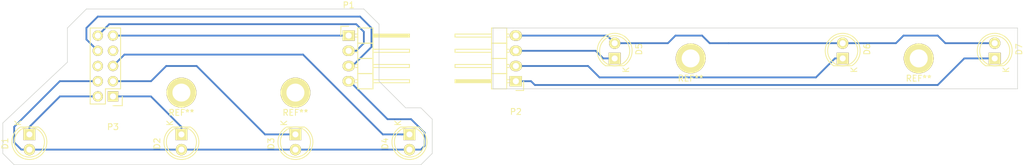
<source format=kicad_pcb>
(kicad_pcb (version 4) (host pcbnew 4.0.2-stable)

  (general
    (links 0)
    (no_connects 1)
    (area 49.221 65.965 221.139 94.030001)
    (thickness 1.6)
    (drawings 18)
    (tracks 75)
    (zones 0)
    (modules 14)
    (nets 13)
  )

  (page A4)
  (layers
    (0 F.Cu signal)
    (31 B.Cu signal)
    (32 B.Adhes user)
    (33 F.Adhes user)
    (34 B.Paste user)
    (35 F.Paste user)
    (36 B.SilkS user)
    (37 F.SilkS user)
    (38 B.Mask user)
    (39 F.Mask user)
    (40 Dwgs.User user)
    (41 Cmts.User user)
    (42 Eco1.User user)
    (43 Eco2.User user)
    (44 Edge.Cuts user)
    (45 Margin user)
    (46 B.CrtYd user)
    (47 F.CrtYd user)
    (48 B.Fab user)
    (49 F.Fab user)
  )

  (setup
    (last_trace_width 0.3)
    (trace_clearance 0.4)
    (zone_clearance 0.508)
    (zone_45_only no)
    (trace_min 0.2)
    (segment_width 0.2)
    (edge_width 0.1)
    (via_size 1.6)
    (via_drill 1)
    (via_min_size 0.4)
    (via_min_drill 0.3)
    (uvia_size 0.3)
    (uvia_drill 0.1)
    (uvias_allowed no)
    (uvia_min_size 0.2)
    (uvia_min_drill 0.1)
    (pcb_text_width 0.3)
    (pcb_text_size 1.5 1.5)
    (mod_edge_width 0.15)
    (mod_text_size 1 1)
    (mod_text_width 0.15)
    (pad_size 1.5 1.5)
    (pad_drill 0.6)
    (pad_to_mask_clearance 0)
    (aux_axis_origin 0 0)
    (visible_elements FFFFFF7F)
    (pcbplotparams
      (layerselection 0x01000_80000001)
      (usegerberextensions false)
      (excludeedgelayer true)
      (linewidth 0.100000)
      (plotframeref false)
      (viasonmask false)
      (mode 1)
      (useauxorigin false)
      (hpglpennumber 1)
      (hpglpenspeed 20)
      (hpglpendiameter 15)
      (hpglpenoverlay 2)
      (psnegative false)
      (psa4output false)
      (plotreference true)
      (plotvalue true)
      (plotinvisibletext false)
      (padsonsilk false)
      (subtractmaskfromsilk false)
      (outputformat 1)
      (mirror false)
      (drillshape 0)
      (scaleselection 1)
      (outputdirectory ""))
  )

  (net 0 "")
  (net 1 "Net-(D5-Pad1)")
  (net 2 "Net-(D5-Pad2)")
  (net 3 "Net-(D6-Pad1)")
  (net 4 "Net-(D7-Pad1)")
  (net 5 /SEG0)
  (net 6 /SEG1)
  (net 7 /SEG2)
  (net 8 /SEG3)
  (net 9 /SEG5)
  (net 10 /SEG6)
  (net 11 /SEG7)
  (net 12 /DIGITA)

  (net_class Default "This is the default net class."
    (clearance 0.4)
    (trace_width 0.3)
    (via_dia 1.6)
    (via_drill 1)
    (uvia_dia 0.3)
    (uvia_drill 0.1)
    (add_net /DIGITA)
    (add_net /SEG0)
    (add_net /SEG1)
    (add_net /SEG2)
    (add_net /SEG3)
    (add_net /SEG5)
    (add_net /SEG6)
    (add_net /SEG7)
    (add_net "Net-(D5-Pad1)")
    (add_net "Net-(D5-Pad2)")
    (add_net "Net-(D6-Pad1)")
    (add_net "Net-(D7-Pad1)")
  )

  (module myparts:LED-5MM-custom (layer F.Cu) (tedit 57A70E27) (tstamp 57AB5E80)
    (at 54.61 88.9 270)
    (descr "LED 5mm round vertical")
    (tags "LED 5mm round vertical")
    (path /57AB5D5D)
    (fp_text reference D1 (at 1.524 4.064 270) (layer F.SilkS)
      (effects (font (size 1 1) (thickness 0.15)))
    )
    (fp_text value LED (at 1.524 -3.937 270) (layer F.Fab)
      (effects (font (size 1 1) (thickness 0.15)))
    )
    (fp_circle (center 1.27 0) (end 3.77 0) (layer B.Fab) (width 0.15))
    (fp_line (start -1.5 -1.55) (end -1.5 1.55) (layer F.CrtYd) (width 0.05))
    (fp_arc (start 1.3 0) (end -1.5 1.55) (angle -302) (layer F.CrtYd) (width 0.05))
    (fp_arc (start 1.27 0) (end -1.23 -1.5) (angle 297.5) (layer F.SilkS) (width 0.15))
    (fp_line (start -1.23 1.5) (end -1.23 -1.5) (layer F.SilkS) (width 0.15))
    (fp_circle (center 1.27 0) (end 0.97 -2.5) (layer F.SilkS) (width 0.15))
    (fp_text user K (at -1.905 1.905 270) (layer F.SilkS)
      (effects (font (size 1 1) (thickness 0.15)))
    )
    (pad 1 thru_hole rect (at 0 0) (size 2 1.9) (drill 1.00076) (layers *.Cu *.Mask F.SilkS)
      (net 5 /SEG0))
    (pad 2 thru_hole circle (at 2.54 0 270) (size 1.9 1.9) (drill 1.00076) (layers *.Cu *.Mask F.SilkS)
      (net 12 /DIGITA))
    (model LEDs.3dshapes/LED-5MM.wrl
      (at (xyz 0.05 0 0))
      (scale (xyz 1 1 1))
      (rotate (xyz 0 0 90))
    )
  )

  (module myparts:LED-5MM-custom (layer F.Cu) (tedit 57A70E27) (tstamp 57AB5E86)
    (at 80.01 88.9 270)
    (descr "LED 5mm round vertical")
    (tags "LED 5mm round vertical")
    (path /57AB5DB1)
    (fp_text reference D2 (at 1.524 4.064 270) (layer F.SilkS)
      (effects (font (size 1 1) (thickness 0.15)))
    )
    (fp_text value LED (at 1.524 -3.937 270) (layer F.Fab)
      (effects (font (size 1 1) (thickness 0.15)))
    )
    (fp_circle (center 1.27 0) (end 3.77 0) (layer B.Fab) (width 0.15))
    (fp_line (start -1.5 -1.55) (end -1.5 1.55) (layer F.CrtYd) (width 0.05))
    (fp_arc (start 1.3 0) (end -1.5 1.55) (angle -302) (layer F.CrtYd) (width 0.05))
    (fp_arc (start 1.27 0) (end -1.23 -1.5) (angle 297.5) (layer F.SilkS) (width 0.15))
    (fp_line (start -1.23 1.5) (end -1.23 -1.5) (layer F.SilkS) (width 0.15))
    (fp_circle (center 1.27 0) (end 0.97 -2.5) (layer F.SilkS) (width 0.15))
    (fp_text user K (at -1.905 1.905 270) (layer F.SilkS)
      (effects (font (size 1 1) (thickness 0.15)))
    )
    (pad 1 thru_hole rect (at 0 0) (size 2 1.9) (drill 1.00076) (layers *.Cu *.Mask F.SilkS)
      (net 6 /SEG1))
    (pad 2 thru_hole circle (at 2.54 0 270) (size 1.9 1.9) (drill 1.00076) (layers *.Cu *.Mask F.SilkS)
      (net 12 /DIGITA))
    (model LEDs.3dshapes/LED-5MM.wrl
      (at (xyz 0.05 0 0))
      (scale (xyz 1 1 1))
      (rotate (xyz 0 0 90))
    )
  )

  (module myparts:LED-5MM-custom (layer F.Cu) (tedit 57A70E27) (tstamp 57AB5E8C)
    (at 99.06 88.9 270)
    (descr "LED 5mm round vertical")
    (tags "LED 5mm round vertical")
    (path /57AB5DCA)
    (fp_text reference D3 (at 1.524 4.064 270) (layer F.SilkS)
      (effects (font (size 1 1) (thickness 0.15)))
    )
    (fp_text value LED (at 1.524 -3.937 270) (layer F.Fab)
      (effects (font (size 1 1) (thickness 0.15)))
    )
    (fp_circle (center 1.27 0) (end 3.77 0) (layer B.Fab) (width 0.15))
    (fp_line (start -1.5 -1.55) (end -1.5 1.55) (layer F.CrtYd) (width 0.05))
    (fp_arc (start 1.3 0) (end -1.5 1.55) (angle -302) (layer F.CrtYd) (width 0.05))
    (fp_arc (start 1.27 0) (end -1.23 -1.5) (angle 297.5) (layer F.SilkS) (width 0.15))
    (fp_line (start -1.23 1.5) (end -1.23 -1.5) (layer F.SilkS) (width 0.15))
    (fp_circle (center 1.27 0) (end 0.97 -2.5) (layer F.SilkS) (width 0.15))
    (fp_text user K (at -1.905 1.905 270) (layer F.SilkS)
      (effects (font (size 1 1) (thickness 0.15)))
    )
    (pad 1 thru_hole rect (at 0 0) (size 2 1.9) (drill 1.00076) (layers *.Cu *.Mask F.SilkS)
      (net 7 /SEG2))
    (pad 2 thru_hole circle (at 2.54 0 270) (size 1.9 1.9) (drill 1.00076) (layers *.Cu *.Mask F.SilkS)
      (net 12 /DIGITA))
    (model LEDs.3dshapes/LED-5MM.wrl
      (at (xyz 0.05 0 0))
      (scale (xyz 1 1 1))
      (rotate (xyz 0 0 90))
    )
  )

  (module myparts:LED-5MM-custom (layer F.Cu) (tedit 57A70E27) (tstamp 57AB5E92)
    (at 118.11 88.9 270)
    (descr "LED 5mm round vertical")
    (tags "LED 5mm round vertical")
    (path /57AB5DE8)
    (fp_text reference D4 (at 1.524 4.064 270) (layer F.SilkS)
      (effects (font (size 1 1) (thickness 0.15)))
    )
    (fp_text value LED (at 1.524 -3.937 270) (layer F.Fab)
      (effects (font (size 1 1) (thickness 0.15)))
    )
    (fp_circle (center 1.27 0) (end 3.77 0) (layer B.Fab) (width 0.15))
    (fp_line (start -1.5 -1.55) (end -1.5 1.55) (layer F.CrtYd) (width 0.05))
    (fp_arc (start 1.3 0) (end -1.5 1.55) (angle -302) (layer F.CrtYd) (width 0.05))
    (fp_arc (start 1.27 0) (end -1.23 -1.5) (angle 297.5) (layer F.SilkS) (width 0.15))
    (fp_line (start -1.23 1.5) (end -1.23 -1.5) (layer F.SilkS) (width 0.15))
    (fp_circle (center 1.27 0) (end 0.97 -2.5) (layer F.SilkS) (width 0.15))
    (fp_text user K (at -1.905 1.905 270) (layer F.SilkS)
      (effects (font (size 1 1) (thickness 0.15)))
    )
    (pad 1 thru_hole rect (at 0 0) (size 2 1.9) (drill 1.00076) (layers *.Cu *.Mask F.SilkS)
      (net 8 /SEG3))
    (pad 2 thru_hole circle (at 2.54 0 270) (size 1.9 1.9) (drill 1.00076) (layers *.Cu *.Mask F.SilkS)
      (net 12 /DIGITA))
    (model LEDs.3dshapes/LED-5MM.wrl
      (at (xyz 0.05 0 0))
      (scale (xyz 1 1 1))
      (rotate (xyz 0 0 90))
    )
  )

  (module myparts:LED-5MM-custom (layer F.Cu) (tedit 57A70E27) (tstamp 57AB5E98)
    (at 152.4 76.2 90)
    (descr "LED 5mm round vertical")
    (tags "LED 5mm round vertical")
    (path /57AB5E41)
    (fp_text reference D5 (at 1.524 4.064 90) (layer F.SilkS)
      (effects (font (size 1 1) (thickness 0.15)))
    )
    (fp_text value LED (at 1.524 -3.937 90) (layer F.Fab)
      (effects (font (size 1 1) (thickness 0.15)))
    )
    (fp_circle (center 1.27 0) (end 3.77 0) (layer B.Fab) (width 0.15))
    (fp_line (start -1.5 -1.55) (end -1.5 1.55) (layer F.CrtYd) (width 0.05))
    (fp_arc (start 1.3 0) (end -1.5 1.55) (angle -302) (layer F.CrtYd) (width 0.05))
    (fp_arc (start 1.27 0) (end -1.23 -1.5) (angle 297.5) (layer F.SilkS) (width 0.15))
    (fp_line (start -1.23 1.5) (end -1.23 -1.5) (layer F.SilkS) (width 0.15))
    (fp_circle (center 1.27 0) (end 0.97 -2.5) (layer F.SilkS) (width 0.15))
    (fp_text user K (at -1.905 1.905 90) (layer F.SilkS)
      (effects (font (size 1 1) (thickness 0.15)))
    )
    (pad 1 thru_hole rect (at 0 0 180) (size 2 1.9) (drill 1.00076) (layers *.Cu *.Mask F.SilkS)
      (net 1 "Net-(D5-Pad1)"))
    (pad 2 thru_hole circle (at 2.54 0 90) (size 1.9 1.9) (drill 1.00076) (layers *.Cu *.Mask F.SilkS)
      (net 2 "Net-(D5-Pad2)"))
    (model LEDs.3dshapes/LED-5MM.wrl
      (at (xyz 0.05 0 0))
      (scale (xyz 1 1 1))
      (rotate (xyz 0 0 90))
    )
  )

  (module myparts:LED-5MM-custom (layer F.Cu) (tedit 57A70E27) (tstamp 57AB5E9E)
    (at 190.5 76.2 90)
    (descr "LED 5mm round vertical")
    (tags "LED 5mm round vertical")
    (path /57AB5E6E)
    (fp_text reference D6 (at 1.524 4.064 90) (layer F.SilkS)
      (effects (font (size 1 1) (thickness 0.15)))
    )
    (fp_text value LED (at 1.524 -3.937 90) (layer F.Fab)
      (effects (font (size 1 1) (thickness 0.15)))
    )
    (fp_circle (center 1.27 0) (end 3.77 0) (layer B.Fab) (width 0.15))
    (fp_line (start -1.5 -1.55) (end -1.5 1.55) (layer F.CrtYd) (width 0.05))
    (fp_arc (start 1.3 0) (end -1.5 1.55) (angle -302) (layer F.CrtYd) (width 0.05))
    (fp_arc (start 1.27 0) (end -1.23 -1.5) (angle 297.5) (layer F.SilkS) (width 0.15))
    (fp_line (start -1.23 1.5) (end -1.23 -1.5) (layer F.SilkS) (width 0.15))
    (fp_circle (center 1.27 0) (end 0.97 -2.5) (layer F.SilkS) (width 0.15))
    (fp_text user K (at -1.905 1.905 90) (layer F.SilkS)
      (effects (font (size 1 1) (thickness 0.15)))
    )
    (pad 1 thru_hole rect (at 0 0 180) (size 2 1.9) (drill 1.00076) (layers *.Cu *.Mask F.SilkS)
      (net 3 "Net-(D6-Pad1)"))
    (pad 2 thru_hole circle (at 2.54 0 90) (size 1.9 1.9) (drill 1.00076) (layers *.Cu *.Mask F.SilkS)
      (net 2 "Net-(D5-Pad2)"))
    (model LEDs.3dshapes/LED-5MM.wrl
      (at (xyz 0.05 0 0))
      (scale (xyz 1 1 1))
      (rotate (xyz 0 0 90))
    )
  )

  (module myparts:LED-5MM-custom (layer F.Cu) (tedit 57A70E27) (tstamp 57AB5EA4)
    (at 215.9 76.2 90)
    (descr "LED 5mm round vertical")
    (tags "LED 5mm round vertical")
    (path /57AB5E94)
    (fp_text reference D7 (at 1.524 4.064 90) (layer F.SilkS)
      (effects (font (size 1 1) (thickness 0.15)))
    )
    (fp_text value LED (at 1.524 -3.937 90) (layer F.Fab)
      (effects (font (size 1 1) (thickness 0.15)))
    )
    (fp_circle (center 1.27 0) (end 3.77 0) (layer B.Fab) (width 0.15))
    (fp_line (start -1.5 -1.55) (end -1.5 1.55) (layer F.CrtYd) (width 0.05))
    (fp_arc (start 1.3 0) (end -1.5 1.55) (angle -302) (layer F.CrtYd) (width 0.05))
    (fp_arc (start 1.27 0) (end -1.23 -1.5) (angle 297.5) (layer F.SilkS) (width 0.15))
    (fp_line (start -1.23 1.5) (end -1.23 -1.5) (layer F.SilkS) (width 0.15))
    (fp_circle (center 1.27 0) (end 0.97 -2.5) (layer F.SilkS) (width 0.15))
    (fp_text user K (at -1.905 1.905 90) (layer F.SilkS)
      (effects (font (size 1 1) (thickness 0.15)))
    )
    (pad 1 thru_hole rect (at 0 0 180) (size 2 1.9) (drill 1.00076) (layers *.Cu *.Mask F.SilkS)
      (net 4 "Net-(D7-Pad1)"))
    (pad 2 thru_hole circle (at 2.54 0 90) (size 1.9 1.9) (drill 1.00076) (layers *.Cu *.Mask F.SilkS)
      (net 2 "Net-(D5-Pad2)"))
    (model LEDs.3dshapes/LED-5MM.wrl
      (at (xyz 0.05 0 0))
      (scale (xyz 1 1 1))
      (rotate (xyz 0 0 90))
    )
  )

  (module Pin_Headers:Pin_Header_Angled_1x04 (layer F.Cu) (tedit 0) (tstamp 57AB5EAC)
    (at 107.95 72.39)
    (descr "Through hole pin header")
    (tags "pin header")
    (path /57AB6038)
    (fp_text reference P1 (at 0 -5.1) (layer F.SilkS)
      (effects (font (size 1 1) (thickness 0.15)))
    )
    (fp_text value CONN_01X04 (at 0 -3.1) (layer F.Fab)
      (effects (font (size 1 1) (thickness 0.15)))
    )
    (fp_line (start -1.5 -1.75) (end -1.5 9.4) (layer F.CrtYd) (width 0.05))
    (fp_line (start 10.65 -1.75) (end 10.65 9.4) (layer F.CrtYd) (width 0.05))
    (fp_line (start -1.5 -1.75) (end 10.65 -1.75) (layer F.CrtYd) (width 0.05))
    (fp_line (start -1.5 9.4) (end 10.65 9.4) (layer F.CrtYd) (width 0.05))
    (fp_line (start -1.3 -1.55) (end -1.3 0) (layer F.SilkS) (width 0.15))
    (fp_line (start 0 -1.55) (end -1.3 -1.55) (layer F.SilkS) (width 0.15))
    (fp_line (start 4.191 -0.127) (end 10.033 -0.127) (layer F.SilkS) (width 0.15))
    (fp_line (start 10.033 -0.127) (end 10.033 0.127) (layer F.SilkS) (width 0.15))
    (fp_line (start 10.033 0.127) (end 4.191 0.127) (layer F.SilkS) (width 0.15))
    (fp_line (start 4.191 0.127) (end 4.191 0) (layer F.SilkS) (width 0.15))
    (fp_line (start 4.191 0) (end 10.033 0) (layer F.SilkS) (width 0.15))
    (fp_line (start 1.524 -0.254) (end 1.143 -0.254) (layer F.SilkS) (width 0.15))
    (fp_line (start 1.524 0.254) (end 1.143 0.254) (layer F.SilkS) (width 0.15))
    (fp_line (start 1.524 2.286) (end 1.143 2.286) (layer F.SilkS) (width 0.15))
    (fp_line (start 1.524 2.794) (end 1.143 2.794) (layer F.SilkS) (width 0.15))
    (fp_line (start 1.524 4.826) (end 1.143 4.826) (layer F.SilkS) (width 0.15))
    (fp_line (start 1.524 5.334) (end 1.143 5.334) (layer F.SilkS) (width 0.15))
    (fp_line (start 1.524 7.874) (end 1.143 7.874) (layer F.SilkS) (width 0.15))
    (fp_line (start 1.524 7.366) (end 1.143 7.366) (layer F.SilkS) (width 0.15))
    (fp_line (start 1.524 -1.27) (end 4.064 -1.27) (layer F.SilkS) (width 0.15))
    (fp_line (start 1.524 1.27) (end 4.064 1.27) (layer F.SilkS) (width 0.15))
    (fp_line (start 1.524 1.27) (end 1.524 3.81) (layer F.SilkS) (width 0.15))
    (fp_line (start 1.524 3.81) (end 4.064 3.81) (layer F.SilkS) (width 0.15))
    (fp_line (start 4.064 2.286) (end 10.16 2.286) (layer F.SilkS) (width 0.15))
    (fp_line (start 10.16 2.286) (end 10.16 2.794) (layer F.SilkS) (width 0.15))
    (fp_line (start 10.16 2.794) (end 4.064 2.794) (layer F.SilkS) (width 0.15))
    (fp_line (start 4.064 3.81) (end 4.064 1.27) (layer F.SilkS) (width 0.15))
    (fp_line (start 4.064 1.27) (end 4.064 -1.27) (layer F.SilkS) (width 0.15))
    (fp_line (start 10.16 0.254) (end 4.064 0.254) (layer F.SilkS) (width 0.15))
    (fp_line (start 10.16 -0.254) (end 10.16 0.254) (layer F.SilkS) (width 0.15))
    (fp_line (start 4.064 -0.254) (end 10.16 -0.254) (layer F.SilkS) (width 0.15))
    (fp_line (start 1.524 1.27) (end 4.064 1.27) (layer F.SilkS) (width 0.15))
    (fp_line (start 1.524 -1.27) (end 1.524 1.27) (layer F.SilkS) (width 0.15))
    (fp_line (start 1.524 6.35) (end 4.064 6.35) (layer F.SilkS) (width 0.15))
    (fp_line (start 1.524 6.35) (end 1.524 8.89) (layer F.SilkS) (width 0.15))
    (fp_line (start 1.524 8.89) (end 4.064 8.89) (layer F.SilkS) (width 0.15))
    (fp_line (start 4.064 7.366) (end 10.16 7.366) (layer F.SilkS) (width 0.15))
    (fp_line (start 10.16 7.366) (end 10.16 7.874) (layer F.SilkS) (width 0.15))
    (fp_line (start 10.16 7.874) (end 4.064 7.874) (layer F.SilkS) (width 0.15))
    (fp_line (start 4.064 8.89) (end 4.064 6.35) (layer F.SilkS) (width 0.15))
    (fp_line (start 4.064 6.35) (end 4.064 3.81) (layer F.SilkS) (width 0.15))
    (fp_line (start 10.16 5.334) (end 4.064 5.334) (layer F.SilkS) (width 0.15))
    (fp_line (start 10.16 4.826) (end 10.16 5.334) (layer F.SilkS) (width 0.15))
    (fp_line (start 4.064 4.826) (end 10.16 4.826) (layer F.SilkS) (width 0.15))
    (fp_line (start 1.524 6.35) (end 4.064 6.35) (layer F.SilkS) (width 0.15))
    (fp_line (start 1.524 3.81) (end 1.524 6.35) (layer F.SilkS) (width 0.15))
    (fp_line (start 1.524 3.81) (end 4.064 3.81) (layer F.SilkS) (width 0.15))
    (pad 1 thru_hole rect (at 0 0) (size 2.032 1.7272) (drill 1.016) (layers *.Cu *.Mask F.SilkS)
      (net 9 /SEG5))
    (pad 2 thru_hole oval (at 0 2.54) (size 2.032 1.7272) (drill 1.016) (layers *.Cu *.Mask F.SilkS)
      (net 10 /SEG6))
    (pad 3 thru_hole oval (at 0 5.08) (size 2.032 1.7272) (drill 1.016) (layers *.Cu *.Mask F.SilkS)
      (net 11 /SEG7))
    (pad 4 thru_hole oval (at 0 7.62) (size 2.032 1.7272) (drill 1.016) (layers *.Cu *.Mask F.SilkS)
      (net 12 /DIGITA))
    (model Pin_Headers.3dshapes/Pin_Header_Angled_1x04.wrl
      (at (xyz 0 -0.15 0))
      (scale (xyz 1 1 1))
      (rotate (xyz 0 0 90))
    )
  )

  (module Pin_Headers:Pin_Header_Angled_1x04 (layer F.Cu) (tedit 0) (tstamp 57AB5EB4)
    (at 135.89 80.01 180)
    (descr "Through hole pin header")
    (tags "pin header")
    (path /57AB6070)
    (fp_text reference P2 (at 0 -5.1 180) (layer F.SilkS)
      (effects (font (size 1 1) (thickness 0.15)))
    )
    (fp_text value CONN_01X04 (at 0 -3.1 180) (layer F.Fab)
      (effects (font (size 1 1) (thickness 0.15)))
    )
    (fp_line (start -1.5 -1.75) (end -1.5 9.4) (layer F.CrtYd) (width 0.05))
    (fp_line (start 10.65 -1.75) (end 10.65 9.4) (layer F.CrtYd) (width 0.05))
    (fp_line (start -1.5 -1.75) (end 10.65 -1.75) (layer F.CrtYd) (width 0.05))
    (fp_line (start -1.5 9.4) (end 10.65 9.4) (layer F.CrtYd) (width 0.05))
    (fp_line (start -1.3 -1.55) (end -1.3 0) (layer F.SilkS) (width 0.15))
    (fp_line (start 0 -1.55) (end -1.3 -1.55) (layer F.SilkS) (width 0.15))
    (fp_line (start 4.191 -0.127) (end 10.033 -0.127) (layer F.SilkS) (width 0.15))
    (fp_line (start 10.033 -0.127) (end 10.033 0.127) (layer F.SilkS) (width 0.15))
    (fp_line (start 10.033 0.127) (end 4.191 0.127) (layer F.SilkS) (width 0.15))
    (fp_line (start 4.191 0.127) (end 4.191 0) (layer F.SilkS) (width 0.15))
    (fp_line (start 4.191 0) (end 10.033 0) (layer F.SilkS) (width 0.15))
    (fp_line (start 1.524 -0.254) (end 1.143 -0.254) (layer F.SilkS) (width 0.15))
    (fp_line (start 1.524 0.254) (end 1.143 0.254) (layer F.SilkS) (width 0.15))
    (fp_line (start 1.524 2.286) (end 1.143 2.286) (layer F.SilkS) (width 0.15))
    (fp_line (start 1.524 2.794) (end 1.143 2.794) (layer F.SilkS) (width 0.15))
    (fp_line (start 1.524 4.826) (end 1.143 4.826) (layer F.SilkS) (width 0.15))
    (fp_line (start 1.524 5.334) (end 1.143 5.334) (layer F.SilkS) (width 0.15))
    (fp_line (start 1.524 7.874) (end 1.143 7.874) (layer F.SilkS) (width 0.15))
    (fp_line (start 1.524 7.366) (end 1.143 7.366) (layer F.SilkS) (width 0.15))
    (fp_line (start 1.524 -1.27) (end 4.064 -1.27) (layer F.SilkS) (width 0.15))
    (fp_line (start 1.524 1.27) (end 4.064 1.27) (layer F.SilkS) (width 0.15))
    (fp_line (start 1.524 1.27) (end 1.524 3.81) (layer F.SilkS) (width 0.15))
    (fp_line (start 1.524 3.81) (end 4.064 3.81) (layer F.SilkS) (width 0.15))
    (fp_line (start 4.064 2.286) (end 10.16 2.286) (layer F.SilkS) (width 0.15))
    (fp_line (start 10.16 2.286) (end 10.16 2.794) (layer F.SilkS) (width 0.15))
    (fp_line (start 10.16 2.794) (end 4.064 2.794) (layer F.SilkS) (width 0.15))
    (fp_line (start 4.064 3.81) (end 4.064 1.27) (layer F.SilkS) (width 0.15))
    (fp_line (start 4.064 1.27) (end 4.064 -1.27) (layer F.SilkS) (width 0.15))
    (fp_line (start 10.16 0.254) (end 4.064 0.254) (layer F.SilkS) (width 0.15))
    (fp_line (start 10.16 -0.254) (end 10.16 0.254) (layer F.SilkS) (width 0.15))
    (fp_line (start 4.064 -0.254) (end 10.16 -0.254) (layer F.SilkS) (width 0.15))
    (fp_line (start 1.524 1.27) (end 4.064 1.27) (layer F.SilkS) (width 0.15))
    (fp_line (start 1.524 -1.27) (end 1.524 1.27) (layer F.SilkS) (width 0.15))
    (fp_line (start 1.524 6.35) (end 4.064 6.35) (layer F.SilkS) (width 0.15))
    (fp_line (start 1.524 6.35) (end 1.524 8.89) (layer F.SilkS) (width 0.15))
    (fp_line (start 1.524 8.89) (end 4.064 8.89) (layer F.SilkS) (width 0.15))
    (fp_line (start 4.064 7.366) (end 10.16 7.366) (layer F.SilkS) (width 0.15))
    (fp_line (start 10.16 7.366) (end 10.16 7.874) (layer F.SilkS) (width 0.15))
    (fp_line (start 10.16 7.874) (end 4.064 7.874) (layer F.SilkS) (width 0.15))
    (fp_line (start 4.064 8.89) (end 4.064 6.35) (layer F.SilkS) (width 0.15))
    (fp_line (start 4.064 6.35) (end 4.064 3.81) (layer F.SilkS) (width 0.15))
    (fp_line (start 10.16 5.334) (end 4.064 5.334) (layer F.SilkS) (width 0.15))
    (fp_line (start 10.16 4.826) (end 10.16 5.334) (layer F.SilkS) (width 0.15))
    (fp_line (start 4.064 4.826) (end 10.16 4.826) (layer F.SilkS) (width 0.15))
    (fp_line (start 1.524 6.35) (end 4.064 6.35) (layer F.SilkS) (width 0.15))
    (fp_line (start 1.524 3.81) (end 1.524 6.35) (layer F.SilkS) (width 0.15))
    (fp_line (start 1.524 3.81) (end 4.064 3.81) (layer F.SilkS) (width 0.15))
    (pad 1 thru_hole rect (at 0 0 180) (size 2.032 1.7272) (drill 1.016) (layers *.Cu *.Mask F.SilkS)
      (net 4 "Net-(D7-Pad1)"))
    (pad 2 thru_hole oval (at 0 2.54 180) (size 2.032 1.7272) (drill 1.016) (layers *.Cu *.Mask F.SilkS)
      (net 3 "Net-(D6-Pad1)"))
    (pad 3 thru_hole oval (at 0 5.08 180) (size 2.032 1.7272) (drill 1.016) (layers *.Cu *.Mask F.SilkS)
      (net 1 "Net-(D5-Pad1)"))
    (pad 4 thru_hole oval (at 0 7.62 180) (size 2.032 1.7272) (drill 1.016) (layers *.Cu *.Mask F.SilkS)
      (net 2 "Net-(D5-Pad2)"))
    (model Pin_Headers.3dshapes/Pin_Header_Angled_1x04.wrl
      (at (xyz 0 -0.15 0))
      (scale (xyz 1 1 1))
      (rotate (xyz 0 0 90))
    )
  )

  (module Pin_Headers:Pin_Header_Straight_2x05 (layer F.Cu) (tedit 0) (tstamp 57AB5F65)
    (at 68.58 82.55 180)
    (descr "Through hole pin header")
    (tags "pin header")
    (path /57AB7B49)
    (fp_text reference P3 (at 0 -5.1 180) (layer F.SilkS)
      (effects (font (size 1 1) (thickness 0.15)))
    )
    (fp_text value CONN_02X05 (at 0 -3.1 180) (layer F.Fab)
      (effects (font (size 1 1) (thickness 0.15)))
    )
    (fp_line (start -1.75 -1.75) (end -1.75 11.95) (layer F.CrtYd) (width 0.05))
    (fp_line (start 4.3 -1.75) (end 4.3 11.95) (layer F.CrtYd) (width 0.05))
    (fp_line (start -1.75 -1.75) (end 4.3 -1.75) (layer F.CrtYd) (width 0.05))
    (fp_line (start -1.75 11.95) (end 4.3 11.95) (layer F.CrtYd) (width 0.05))
    (fp_line (start 3.81 -1.27) (end 3.81 11.43) (layer F.SilkS) (width 0.15))
    (fp_line (start 3.81 11.43) (end -1.27 11.43) (layer F.SilkS) (width 0.15))
    (fp_line (start -1.27 11.43) (end -1.27 1.27) (layer F.SilkS) (width 0.15))
    (fp_line (start 3.81 -1.27) (end 1.27 -1.27) (layer F.SilkS) (width 0.15))
    (fp_line (start 0 -1.55) (end -1.55 -1.55) (layer F.SilkS) (width 0.15))
    (fp_line (start 1.27 -1.27) (end 1.27 1.27) (layer F.SilkS) (width 0.15))
    (fp_line (start 1.27 1.27) (end -1.27 1.27) (layer F.SilkS) (width 0.15))
    (fp_line (start -1.55 -1.55) (end -1.55 0) (layer F.SilkS) (width 0.15))
    (pad 1 thru_hole rect (at 0 0 180) (size 1.7272 1.7272) (drill 1.016) (layers *.Cu *.Mask F.SilkS)
      (net 6 /SEG1))
    (pad 2 thru_hole oval (at 2.54 0 180) (size 1.7272 1.7272) (drill 1.016) (layers *.Cu *.Mask F.SilkS)
      (net 5 /SEG0))
    (pad 3 thru_hole oval (at 0 2.54 180) (size 1.7272 1.7272) (drill 1.016) (layers *.Cu *.Mask F.SilkS)
      (net 7 /SEG2))
    (pad 4 thru_hole oval (at 2.54 2.54 180) (size 1.7272 1.7272) (drill 1.016) (layers *.Cu *.Mask F.SilkS)
      (net 12 /DIGITA))
    (pad 5 thru_hole oval (at 0 5.08 180) (size 1.7272 1.7272) (drill 1.016) (layers *.Cu *.Mask F.SilkS)
      (net 8 /SEG3))
    (pad 6 thru_hole oval (at 2.54 5.08 180) (size 1.7272 1.7272) (drill 1.016) (layers *.Cu *.Mask F.SilkS))
    (pad 7 thru_hole oval (at 0 7.62 180) (size 1.7272 1.7272) (drill 1.016) (layers *.Cu *.Mask F.SilkS))
    (pad 8 thru_hole oval (at 2.54 7.62 180) (size 1.7272 1.7272) (drill 1.016) (layers *.Cu *.Mask F.SilkS)
      (net 11 /SEG7))
    (pad 9 thru_hole oval (at 0 10.16 180) (size 1.7272 1.7272) (drill 1.016) (layers *.Cu *.Mask F.SilkS)
      (net 9 /SEG5))
    (pad 10 thru_hole oval (at 2.54 10.16 180) (size 1.7272 1.7272) (drill 1.016) (layers *.Cu *.Mask F.SilkS)
      (net 10 /SEG6))
    (model Pin_Headers.3dshapes/Pin_Header_Straight_2x05.wrl
      (at (xyz 0.05 -0.2 0))
      (scale (xyz 1 1 1))
      (rotate (xyz 0 0 90))
    )
  )

  (module myparts:HOLE_M3 (layer F.Cu) (tedit 57A712CF) (tstamp 57AB6466)
    (at 80.01 81.915)
    (fp_text reference REF** (at 0 3.35) (layer F.SilkS)
      (effects (font (size 1 1) (thickness 0.15)))
    )
    (fp_text value M3 (at 0 -3.5) (layer F.Fab)
      (effects (font (size 1 1) (thickness 0.15)))
    )
    (fp_circle (center 0 0) (end 1.5 0) (layer B.Fab) (width 0.15))
    (pad 1 thru_hole circle (at 0 0) (size 5 5) (drill 3) (layers *.Cu *.Mask F.SilkS))
  )

  (module myparts:HOLE_M3 (layer F.Cu) (tedit 57A712CF) (tstamp 57AB646C)
    (at 99.06 81.915)
    (fp_text reference REF** (at 0 3.35) (layer F.SilkS)
      (effects (font (size 1 1) (thickness 0.15)))
    )
    (fp_text value M3 (at 0 -3.5) (layer F.Fab)
      (effects (font (size 1 1) (thickness 0.15)))
    )
    (fp_circle (center 0 0) (end 1.5 0) (layer B.Fab) (width 0.15))
    (pad 1 thru_hole circle (at 0 0) (size 5 5) (drill 3) (layers *.Cu *.Mask F.SilkS))
  )

  (module myparts:HOLE_M3 (layer F.Cu) (tedit 57A712CF) (tstamp 57AB6472)
    (at 165.1 76.2)
    (fp_text reference REF** (at 0 3.35) (layer F.SilkS)
      (effects (font (size 1 1) (thickness 0.15)))
    )
    (fp_text value M3 (at 0 -3.5) (layer F.Fab)
      (effects (font (size 1 1) (thickness 0.15)))
    )
    (fp_circle (center 0 0) (end 1.5 0) (layer B.Fab) (width 0.15))
    (pad 1 thru_hole circle (at 0 0) (size 5 5) (drill 3) (layers *.Cu *.Mask F.SilkS))
  )

  (module myparts:HOLE_M3 (layer F.Cu) (tedit 57A712CF) (tstamp 57AB6478)
    (at 203.2 76.2)
    (fp_text reference REF** (at 0 3.35) (layer F.SilkS)
      (effects (font (size 1 1) (thickness 0.15)))
    )
    (fp_text value M3 (at 0 -3.5) (layer F.Fab)
      (effects (font (size 1 1) (thickness 0.15)))
    )
    (fp_circle (center 0 0) (end 1.5 0) (layer B.Fab) (width 0.15))
    (pad 1 thru_hole circle (at 0 0) (size 5 5) (drill 3) (layers *.Cu *.Mask F.SilkS))
  )

  (gr_line (start 64.135 67.945) (end 60.96 71.12) (layer Edge.Cuts) (width 0.1))
  (gr_line (start 110.49 67.945) (end 113.03 70.485) (layer Edge.Cuts) (width 0.1))
  (gr_line (start 64.135 67.945) (end 110.49 67.945) (layer Edge.Cuts) (width 0.1))
  (gr_line (start 60.96 76.835) (end 60.96 71.12) (layer Edge.Cuts) (width 0.1))
  (gr_line (start 50.165 86.995) (end 60.96 76.835) (layer Edge.Cuts) (width 0.1))
  (gr_line (start 50.165 92.075) (end 50.165 86.995) (layer Edge.Cuts) (width 0.1))
  (gr_line (start 52.07 93.98) (end 50.165 92.075) (layer Edge.Cuts) (width 0.1))
  (gr_line (start 120.015 93.98) (end 52.07 93.98) (layer Edge.Cuts) (width 0.1))
  (gr_line (start 121.92 92.075) (end 120.015 93.98) (layer Edge.Cuts) (width 0.1))
  (gr_line (start 121.92 86.36) (end 121.92 92.075) (layer Edge.Cuts) (width 0.1))
  (gr_line (start 120.015 84.455) (end 121.92 86.36) (layer Edge.Cuts) (width 0.1))
  (gr_line (start 117.475 84.455) (end 120.015 84.455) (layer Edge.Cuts) (width 0.1))
  (gr_line (start 113.03 80.01) (end 117.475 84.455) (layer Edge.Cuts) (width 0.1))
  (gr_line (start 113.03 70.485) (end 113.03 80.01) (layer Edge.Cuts) (width 0.1))
  (gr_line (start 132.08 81.28) (end 132.08 71.12) (layer Edge.Cuts) (width 0.1))
  (gr_line (start 219.71 81.28) (end 132.08 81.28) (layer Edge.Cuts) (width 0.1))
  (gr_line (start 219.71 71.12) (end 219.71 81.28) (layer Edge.Cuts) (width 0.1))
  (gr_line (start 132.08 71.12) (end 219.71 71.12) (layer Edge.Cuts) (width 0.1))

  (segment (start 152.4 76.2) (end 150.495 76.2) (width 0.3) (layer B.Cu) (net 1))
  (segment (start 150.495 76.2) (end 149.225 74.93) (width 0.3) (layer B.Cu) (net 1))
  (segment (start 149.225 74.93) (end 135.89 74.93) (width 0.3) (layer B.Cu) (net 1))
  (segment (start 190.5 73.66) (end 199.39 73.66) (width 0.3) (layer B.Cu) (net 2))
  (segment (start 199.39 73.66) (end 200.66 72.39) (width 0.3) (layer B.Cu) (net 2))
  (segment (start 200.66 72.39) (end 206.375 72.39) (width 0.3) (layer B.Cu) (net 2))
  (segment (start 206.375 72.39) (end 207.645 73.66) (width 0.3) (layer B.Cu) (net 2))
  (segment (start 207.645 73.66) (end 215.9 73.66) (width 0.3) (layer B.Cu) (net 2))
  (segment (start 152.4 73.66) (end 161.29 73.66) (width 0.3) (layer B.Cu) (net 2))
  (segment (start 161.29 73.66) (end 162.56 72.39) (width 0.3) (layer B.Cu) (net 2))
  (segment (start 162.56 72.39) (end 167.005 72.39) (width 0.3) (layer B.Cu) (net 2))
  (segment (start 167.005 72.39) (end 168.275 73.66) (width 0.3) (layer B.Cu) (net 2))
  (segment (start 168.275 73.66) (end 171.45 73.66) (width 0.3) (layer B.Cu) (net 2))
  (segment (start 171.45 73.66) (end 190.5 73.66) (width 0.3) (layer B.Cu) (net 2))
  (segment (start 135.89 72.39) (end 151.13 72.39) (width 0.3) (layer B.Cu) (net 2))
  (segment (start 151.13 72.39) (end 152.4 73.66) (width 0.3) (layer B.Cu) (net 2))
  (segment (start 135.89 72.39) (end 135.7376 72.39) (width 0.3) (layer B.Cu) (net 2))
  (segment (start 135.89 77.47) (end 147.955 77.47) (width 0.3) (layer B.Cu) (net 3))
  (segment (start 186.025 79.375) (end 189.2 76.2) (width 0.3) (layer B.Cu) (net 3))
  (segment (start 189.2 76.2) (end 190.5 76.2) (width 0.3) (layer B.Cu) (net 3))
  (segment (start 147.955 77.47) (end 149.86 79.375) (width 0.3) (layer B.Cu) (net 3))
  (segment (start 149.86 79.375) (end 186.025 79.375) (width 0.3) (layer B.Cu) (net 3))
  (segment (start 215.9 76.2) (end 210.82 76.2) (width 0.3) (layer B.Cu) (net 4))
  (segment (start 210.82 76.2) (end 206.375 80.645) (width 0.3) (layer B.Cu) (net 4))
  (segment (start 206.375 80.645) (end 139.065 80.645) (width 0.3) (layer B.Cu) (net 4))
  (segment (start 138.43 80.01) (end 135.89 80.01) (width 0.3) (layer B.Cu) (net 4))
  (segment (start 139.065 80.645) (end 138.43 80.01) (width 0.3) (layer B.Cu) (net 4))
  (segment (start 66.04 82.55) (end 59.71 82.55) (width 0.3) (layer B.Cu) (net 5))
  (segment (start 59.71 82.55) (end 54.61 87.65) (width 0.3) (layer B.Cu) (net 5))
  (segment (start 54.61 87.65) (end 54.61 88.9) (width 0.3) (layer B.Cu) (net 5))
  (segment (start 68.58 82.55) (end 74.91 82.55) (width 0.3) (layer B.Cu) (net 6))
  (segment (start 74.91 82.55) (end 80.01 87.65) (width 0.3) (layer B.Cu) (net 6))
  (segment (start 80.01 87.65) (end 80.01 88.9) (width 0.3) (layer B.Cu) (net 6))
  (segment (start 68.58 80.01) (end 74.93 80.01) (width 0.3) (layer B.Cu) (net 7))
  (segment (start 74.93 80.01) (end 77.47 77.47) (width 0.3) (layer B.Cu) (net 7))
  (segment (start 77.47 77.47) (end 82.55 77.47) (width 0.3) (layer B.Cu) (net 7))
  (segment (start 82.55 77.47) (end 93.98 88.9) (width 0.3) (layer B.Cu) (net 7))
  (segment (start 93.98 88.9) (end 99.06 88.9) (width 0.3) (layer B.Cu) (net 7))
  (segment (start 68.58 77.47) (end 70.485 75.565) (width 0.3) (layer B.Cu) (net 8))
  (segment (start 116.81 88.9) (end 118.11 88.9) (width 0.3) (layer B.Cu) (net 8))
  (segment (start 70.485 75.565) (end 100.33 75.565) (width 0.3) (layer B.Cu) (net 8))
  (segment (start 100.33 75.565) (end 113.665 88.9) (width 0.3) (layer B.Cu) (net 8))
  (segment (start 113.665 88.9) (end 116.81 88.9) (width 0.3) (layer B.Cu) (net 8))
  (segment (start 68.58 72.39) (end 107.95 72.39) (width 0.3) (layer B.Cu) (net 9))
  (segment (start 107.95 74.93) (end 109.22 74.93) (width 0.3) (layer B.Cu) (net 10))
  (segment (start 110.49 71.755) (end 109.22 70.485) (width 0.3) (layer B.Cu) (net 10))
  (segment (start 109.22 74.93) (end 110.49 73.66) (width 0.3) (layer B.Cu) (net 10))
  (segment (start 67.945 70.485) (end 66.903599 71.526401) (width 0.3) (layer B.Cu) (net 10))
  (segment (start 110.49 73.66) (end 110.49 71.755) (width 0.3) (layer B.Cu) (net 10))
  (segment (start 109.22 70.485) (end 67.945 70.485) (width 0.3) (layer B.Cu) (net 10))
  (segment (start 66.903599 71.526401) (end 66.04 72.39) (width 0.3) (layer B.Cu) (net 10))
  (segment (start 107.95 77.47) (end 108.585 77.47) (width 0.3) (layer B.Cu) (net 11))
  (segment (start 64.135 73.025) (end 65.176401 74.066401) (width 0.3) (layer B.Cu) (net 11))
  (segment (start 65.176401 74.066401) (end 66.04 74.93) (width 0.3) (layer B.Cu) (net 11))
  (segment (start 108.585 77.47) (end 111.76 74.295) (width 0.3) (layer B.Cu) (net 11))
  (segment (start 111.76 74.295) (end 111.76 71.12) (width 0.3) (layer B.Cu) (net 11))
  (segment (start 64.135 71.12) (end 64.135 73.025) (width 0.3) (layer B.Cu) (net 11))
  (segment (start 111.76 71.12) (end 109.855 69.215) (width 0.3) (layer B.Cu) (net 11))
  (segment (start 109.855 69.215) (end 66.04 69.215) (width 0.3) (layer B.Cu) (net 11))
  (segment (start 66.04 69.215) (end 64.135 71.12) (width 0.3) (layer B.Cu) (net 11))
  (segment (start 80.01 91.44) (end 54.61 91.44) (width 0.3) (layer B.Cu) (net 12))
  (segment (start 118.11 91.44) (end 120.015 91.44) (width 0.3) (layer B.Cu) (net 12))
  (segment (start 120.015 91.44) (end 120.65 90.805) (width 0.3) (layer B.Cu) (net 12))
  (segment (start 120.65 90.805) (end 120.65 88.619999) (width 0.3) (layer B.Cu) (net 12))
  (segment (start 120.65 88.619999) (end 118.390001 86.36) (width 0.3) (layer B.Cu) (net 12))
  (segment (start 118.390001 86.36) (end 114.4524 86.36) (width 0.3) (layer B.Cu) (net 12))
  (segment (start 114.4524 86.36) (end 108.1024 80.01) (width 0.3) (layer B.Cu) (net 12))
  (segment (start 108.1024 80.01) (end 107.95 80.01) (width 0.3) (layer B.Cu) (net 12))
  (segment (start 52.07 87.63) (end 52.07 90.243502) (width 0.3) (layer B.Cu) (net 12))
  (segment (start 52.07 90.243502) (end 53.266498 91.44) (width 0.3) (layer B.Cu) (net 12))
  (segment (start 53.266498 91.44) (end 54.61 91.44) (width 0.3) (layer B.Cu) (net 12))
  (segment (start 59.69 80.01) (end 52.07 87.63) (width 0.3) (layer B.Cu) (net 12))
  (segment (start 66.04 80.01) (end 59.69 80.01) (width 0.3) (layer B.Cu) (net 12))
  (segment (start 99.06 91.44) (end 80.01 91.44) (width 0.3) (layer B.Cu) (net 12))
  (segment (start 118.11 91.44) (end 99.06 91.44) (width 0.3) (layer B.Cu) (net 12))

)

</source>
